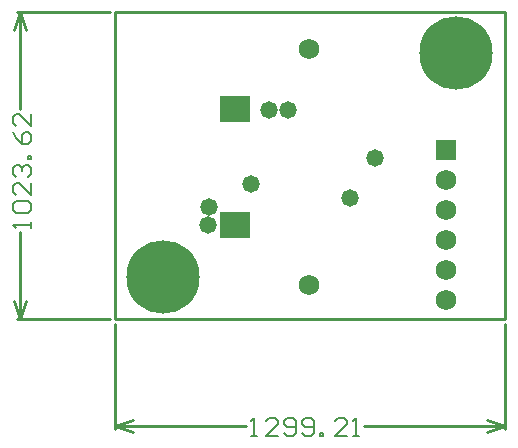
<source format=gts>
G04*
G04 #@! TF.GenerationSoftware,Altium Limited,CircuitStudio,1.5.2 (1.5.2.30)*
G04*
G04 Layer_Color=20142*
%FSLAX44Y44*%
%MOMM*%
G71*
G01*
G75*
%ADD12C,0.2540*%
%ADD13C,0.1524*%
%ADD27R,2.6032X2.2032*%
%ADD28C,1.7272*%
%ADD29C,6.2032*%
%ADD30R,1.7272X1.7272*%
%ADD31C,1.4732*%
D12*
X670000Y167460D02*
Y256190D01*
X340000Y167460D02*
Y256190D01*
X550705Y170000D02*
X670000D01*
X340000D02*
X451167D01*
X654760Y175080D02*
X670000Y170000D01*
X654760Y164920D02*
X670000Y170000D01*
X340000D02*
X355240Y164920D01*
X340000Y170000D02*
X355240Y175080D01*
X257460Y260000D02*
X336190D01*
X257460Y520000D02*
X336190D01*
X260000Y260000D02*
Y333628D01*
Y438244D02*
Y520000D01*
Y260000D02*
X265080Y275240D01*
X254920D02*
X260000Y260000D01*
X254920Y504760D02*
X260000Y520000D01*
X265080Y504760D01*
X340000Y260000D02*
Y520000D01*
X670000D01*
Y260000D02*
Y520000D01*
X340000Y260000D02*
X670000D01*
D13*
X455231Y160858D02*
X460309D01*
X457770D01*
Y176094D01*
X455231Y173554D01*
X478083Y160858D02*
X467927D01*
X478083Y171015D01*
Y173554D01*
X475544Y176094D01*
X470466D01*
X467927Y173554D01*
X483162Y163398D02*
X485701Y160858D01*
X490779D01*
X493318Y163398D01*
Y173554D01*
X490779Y176094D01*
X485701D01*
X483162Y173554D01*
Y171015D01*
X485701Y168476D01*
X493318D01*
X498397Y163398D02*
X500936Y160858D01*
X506014D01*
X508554Y163398D01*
Y173554D01*
X506014Y176094D01*
X500936D01*
X498397Y173554D01*
Y171015D01*
X500936Y168476D01*
X508554D01*
X513632Y160858D02*
Y163398D01*
X516171D01*
Y160858D01*
X513632D01*
X536484D02*
X526328D01*
X536484Y171015D01*
Y173554D01*
X533945Y176094D01*
X528867D01*
X526328Y173554D01*
X541563Y160858D02*
X546641D01*
X544102D01*
Y176094D01*
X541563Y173554D01*
X269142Y337692D02*
Y342770D01*
Y340231D01*
X253906D01*
X256446Y337692D01*
Y350387D02*
X253906Y352927D01*
Y358005D01*
X256446Y360544D01*
X266602D01*
X269142Y358005D01*
Y352927D01*
X266602Y350387D01*
X256446D01*
X269142Y375779D02*
Y365623D01*
X258985Y375779D01*
X256446D01*
X253906Y373240D01*
Y368162D01*
X256446Y365623D01*
Y380858D02*
X253906Y383397D01*
Y388475D01*
X256446Y391014D01*
X258985D01*
X261524Y388475D01*
Y385936D01*
Y388475D01*
X264063Y391014D01*
X266602D01*
X269142Y388475D01*
Y383397D01*
X266602Y380858D01*
X269142Y396093D02*
X266602D01*
Y398632D01*
X269142D01*
Y396093D01*
X253906Y418945D02*
X256446Y413867D01*
X261524Y408789D01*
X266602D01*
X269142Y411328D01*
Y416406D01*
X266602Y418945D01*
X264063D01*
X261524Y416406D01*
Y408789D01*
X269142Y434180D02*
Y424024D01*
X258985Y434180D01*
X256446D01*
X253906Y431641D01*
Y426563D01*
X256446Y424024D01*
D27*
X441690Y339798D02*
D03*
Y437798D02*
D03*
D28*
X504190Y288798D02*
D03*
Y488798D02*
D03*
X620000Y276500D02*
D03*
Y301900D02*
D03*
Y327300D02*
D03*
Y352700D02*
D03*
Y378100D02*
D03*
D29*
X381000Y295910D02*
D03*
X628650Y485318D02*
D03*
D30*
X620000Y403500D02*
D03*
D31*
X455000Y375000D02*
D03*
X419000Y339500D02*
D03*
X560000Y396500D02*
D03*
X538750Y362750D02*
D03*
X419500Y354750D02*
D03*
X486250Y437250D02*
D03*
X470750D02*
D03*
M02*

</source>
